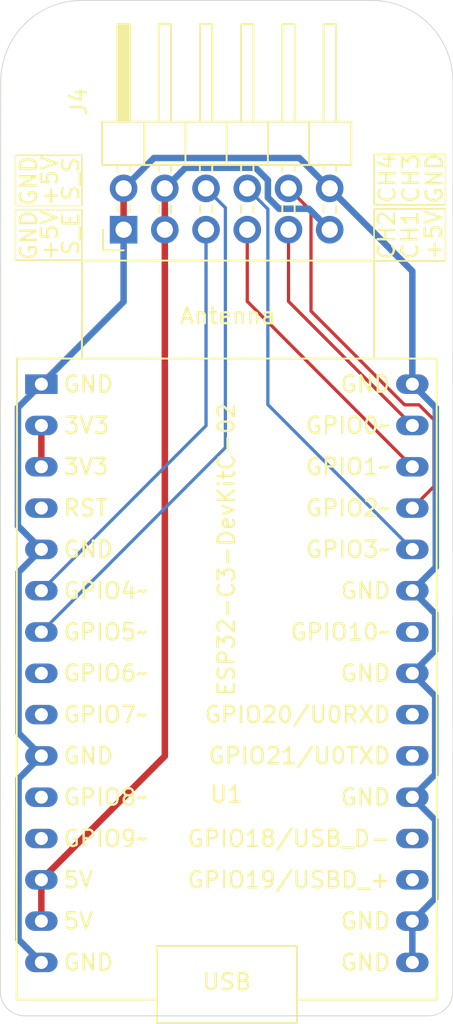
<source format=kicad_pcb>
(kicad_pcb (version 20221018) (generator pcbnew)
  (layers (0 "F.Cu" signal) (31 "B.Cu" signal) (34 "B.Paste" user) (35 "F.Paste" user) (36 "B.SilkS" user "B.Silkscreen") (37 "F.SilkS" user "F.Silkscreen") (38 "B.Mask" user) (39 "F.Mask" user) (44 "Edge.Cuts" user))
  (net 0 "")
  (net 1 "GND")
  (net 2 "+3V3")
  (net 4 "ESC_SIGNAL")
  (net 5 "SERVO_SIGNAL")
  (net 10 "+5V")
  (net 16 "CH4")
  (net 17 "CH3")
  (net 18 "CH2")
  (net 19 "CH1")
  (footprint "Connector_PinHeader_2.54mm:PinHeader_2x06_P2.54mm_Horizontal" (layer "F.Cu") (at 139.368 81.48 90)
    (fp_text reference "J4" (at 7.88 -2.768 90) (layer "F.SilkS"))
    (fp_text value "Conn_01x12_Pin")
    (fp_line (start -1.27 -1.27) (end 0 -1.27) (stroke (width 0.12)) (layer "F.SilkS"))
    (fp_line (start -1.27 0) (end -1.27 -1.27) (stroke (width 0.12)) (layer "F.SilkS"))
    (fp_line (start 1.042929 2.16) (end 1.497071 2.16) (stroke (width 0.12)) (layer "F.SilkS"))
    (fp_line (start 1.042929 2.92) (end 1.497071 2.92) (stroke (width 0.12)) (layer "F.SilkS"))
    (fp_line (start 1.042929 4.7) (end 1.497071 4.7) (stroke (width 0.12)) (layer "F.SilkS"))
    (fp_line (start 1.042929 5.46) (end 1.497071 5.46) (stroke (width 0.12)) (layer "F.SilkS"))
    (fp_line (start 1.042929 7.24) (end 1.497071 7.24) (stroke (width 0.12)) (layer "F.SilkS"))
    (fp_line (start 1.042929 8) (end 1.497071 8) (stroke (width 0.12)) (layer "F.SilkS"))
    (fp_line (start 1.042929 9.78) (end 1.497071 9.78) (stroke (width 0.12)) (layer "F.SilkS"))
    (fp_line (start 1.042929 10.54) (end 1.497071 10.54) (stroke (width 0.12)) (layer "F.SilkS"))
    (fp_line (start 1.042929 12.32) (end 1.497071 12.32) (stroke (width 0.12)) (layer "F.SilkS"))
    (fp_line (start 1.042929 13.08) (end 1.497071 13.08) (stroke (width 0.12)) (layer "F.SilkS"))
    (fp_line (start 1.11 -0.38) (end 1.497071 -0.38) (stroke (width 0.12)) (layer "F.SilkS"))
    (fp_line (start 1.11 0.38) (end 1.497071 0.38) (stroke (width 0.12)) (layer "F.SilkS"))
    (fp_line (start 3.582929 -0.38) (end 3.98 -0.38) (stroke (width 0.12)) (layer "F.SilkS"))
    (fp_line (start 3.582929 0.38) (end 3.98 0.38) (stroke (width 0.12)) (layer "F.SilkS"))
    (fp_line (start 3.582929 2.16) (end 3.98 2.16) (stroke (width 0.12)) (layer "F.SilkS"))
    (fp_line (start 3.582929 2.92) (end 3.98 2.92) (stroke (width 0.12)) (layer "F.SilkS"))
    (fp_line (start 3.582929 4.7) (end 3.98 4.7) (stroke (width 0.12)) (layer "F.SilkS"))
    (fp_line (start 3.582929 5.46) (end 3.98 5.46) (stroke (width 0.12)) (layer "F.SilkS"))
    (fp_line (start 3.582929 7.24) (end 3.98 7.24) (stroke (width 0.12)) (layer "F.SilkS"))
    (fp_line (start 3.582929 8) (end 3.98 8) (stroke (width 0.12)) (layer "F.SilkS"))
    (fp_line (start 3.582929 9.78) (end 3.98 9.78) (stroke (width 0.12)) (layer "F.SilkS"))
    (fp_line (start 3.582929 10.54) (end 3.98 10.54) (stroke (width 0.12)) (layer "F.SilkS"))
    (fp_line (start 3.582929 12.32) (end 3.98 12.32) (stroke (width 0.12)) (layer "F.SilkS"))
    (fp_line (start 3.582929 13.08) (end 3.98 13.08) (stroke (width 0.12)) (layer "F.SilkS"))
    (fp_line (start 3.98 -1.33) (end 3.98 14.03) (stroke (width 0.12)) (layer "F.SilkS"))
    (fp_line (start 3.98 1.27) (end 6.64 1.27) (stroke (width 0.12)) (layer "F.SilkS"))
    (fp_line (start 3.98 3.81) (end 6.64 3.81) (stroke (width 0.12)) (layer "F.SilkS"))
    (fp_line (start 3.98 6.35) (end 6.64 6.35) (stroke (width 0.12)) (layer "F.SilkS"))
    (fp_line (start 3.98 8.89) (end 6.64 8.89) (stroke (width 0.12)) (layer "F.SilkS"))
    (fp_line (start 3.98 11.43) (end 6.64 11.43) (stroke (width 0.12)) (layer "F.SilkS"))
    (fp_line (start 3.98 14.03) (end 6.64 14.03) (stroke (width 0.12)) (layer "F.SilkS"))
    (fp_line (start 6.64 -1.33) (end 3.98 -1.33) (stroke (width 0.12)) (layer "F.SilkS"))
    (fp_line (start 6.64 -0.38) (end 12.64 -0.38) (stroke (width 0.12)) (layer "F.SilkS"))
    (fp_line (start 6.64 -0.32) (end 12.64 -0.32) (stroke (width 0.12)) (layer "F.SilkS"))
    (fp_line (start 6.64 -0.2) (end 12.64 -0.2) (stroke (width 0.12)) (layer "F.SilkS"))
    (fp_line (start 6.64 -0.08) (end 12.64 -0.08) (stroke (width 0.12)) (layer "F.SilkS"))
    (fp_line (start 6.64 0.04) (end 12.64 0.04) (stroke (width 0.12)) (layer "F.SilkS"))
    (fp_line (start 6.64 0.16) (end 12.64 0.16) (stroke (width 0.12)) (layer "F.SilkS"))
    (fp_line (start 6.64 0.28) (end 12.64 0.28) (stroke (width 0.12)) (layer "F.SilkS"))
    (fp_line (start 6.64 2.16) (end 12.64 2.16) (stroke (width 0.12)) (layer "F.SilkS"))
    (fp_line (start 6.64 4.7) (end 12.64 4.7) (stroke (width 0.12)) (layer "F.SilkS"))
    (fp_line (start 6.64 7.24) (end 12.64 7.24) (stroke (width 0.12)) (layer "F.SilkS"))
    (fp_line (start 6.64 9.78) (end 12.64 9.78) (stroke (width 0.12)) (layer "F.SilkS"))
    (fp_line (start 6.64 12.32) (end 12.64 12.32) (stroke (width 0.12)) (layer "F.SilkS"))
    (fp_line (start 6.64 14.03) (end 6.64 -1.33) (stroke (width 0.12)) (layer "F.SilkS"))
    (fp_line (start 12.64 -0.38) (end 12.64 0.38) (stroke (width 0.12)) (layer "F.SilkS"))
    (fp_line (start 12.64 0.38) (end 6.64 0.38) (stroke (width 0.12)) (layer "F.SilkS"))
    (fp_line (start 12.64 2.16) (end 12.64 2.92) (stroke (width 0.12)) (layer "F.SilkS"))
    (fp_line (start 12.64 2.92) (end 6.64 2.92) (stroke (width 0.12)) (layer "F.SilkS"))
    (fp_line (start 12.64 4.7) (end 12.64 5.46) (stroke (width 0.12)) (layer "F.SilkS"))
    (fp_line (start 12.64 5.46) (end 6.64 5.46) (stroke (width 0.12)) (layer "F.SilkS"))
    (fp_line (start 12.64 7.24) (end 12.64 8) (stroke (width 0.12)) (layer "F.SilkS"))
    (fp_line (start 12.64 8) (end 6.64 8) (stroke (width 0.12)) (layer "F.SilkS"))
    (fp_line (start 12.64 9.78) (end 12.64 10.54) (stroke (width 0.12)) (layer "F.SilkS"))
    (fp_line (start 12.64 10.54) (end 6.64 10.54) (stroke (width 0.12)) (layer "F.SilkS"))
    (fp_line (start 12.64 12.32) (end 12.64 13.08) (stroke (width 0.12)) (layer "F.SilkS"))
    (fp_line (start 12.64 13.08) (end 6.64 13.08) (stroke (width 0.12)) (layer "F.SilkS"))
    (pad "1" thru_hole rect locked (at 0 0 90) (size 1.7 1.7) (drill 1) (layers "*.Cu" "*.Mask") (net 1 "GND"))
    (pad "2" thru_hole oval locked (at 2.54 0 90) (size 1.7 1.7) (drill 1) (layers "*.Cu" "*.Mask") (net 1 "GND"))
    (pad "3" thru_hole oval locked (at 0 2.54 90) (size 1.7 1.7) (drill 1) (layers "*.Cu" "*.Mask") (net 10 "+5V"))
    (pad "4" thru_hole oval locked (at 2.54 2.54 90) (size 1.7 1.7) (drill 1) (layers "*.Cu" "*.Mask") (net 10 "+5V"))
    (pad "5" thru_hole oval locked (at 0 5.08 90) (size 1.7 1.7) (drill 1) (layers "*.Cu" "*.Mask") (net 4 "ESC_SIGNAL"))
    (pad "6" thru_hole oval locked (at 2.54 5.08 90) (size 1.7 1.7) (drill 1) (layers "*.Cu" "*.Mask") (net 5 "SERVO_SIGNAL"))
    (pad "7" thru_hole oval locked (at 0 7.62 90) (size 1.7 1.7) (drill 1) (layers "*.Cu" "*.Mask") (net 18 "CH2"))
    (pad "8" thru_hole oval locked (at 2.54 7.62 90) (size 1.7 1.7) (drill 1) (layers "*.Cu" "*.Mask") (net 16 "CH4"))
    (pad "9" thru_hole oval locked (at 0 10.16 90) (size 1.7 1.7) (drill 1) (layers "*.Cu" "*.Mask") (net 19 "CH1"))
    (pad "10" thru_hole oval locked (at 2.54 10.16 90) (size 1.7 1.7) (drill 1) (layers "*.Cu" "*.Mask") (net 17 "CH3"))
    (pad "11" thru_hole oval locked (at 0 12.7 90) (size 1.7 1.7) (drill 1) (layers "*.Cu" "*.Mask") (net 10 "+5V"))
    (pad "12" thru_hole oval locked (at 2.54 12.7 90) (size 1.7 1.7) (drill 1) (layers "*.Cu" "*.Mask") (net 1 "GND"))
  )
  (footprint "PCM_Espressif:ESP32-C3-DevKitC-02" (layer "F.Cu") (at 134.3 90.98)
    (fp_text reference "U1" (at 11.4 25.22) (layer "F.SilkS"))
    (fp_text value "ESP32-C3-DevKitC-02" (at 11.4 10.16 -90) (layer "F.SilkS"))
    (fp_text user "GPIO0~" (at 21.59 2.54 unlocked) (layer "F.SilkS") (effects (justify right)))
    (fp_text user "GPIO7~" (at 1.27 20.32 unlocked) (layer "F.SilkS") (effects (justify left)))
    (fp_text user "3V3" (at 1.3 2.54 unlocked) (layer "F.SilkS") (effects (justify left)))
    (fp_text user "5V" (at 1.27 30.48 unlocked) (layer "F.SilkS") (effects (justify left)))
    (fp_text user "Antenna" (at 11.5 -4.2076 unlocked) (layer "F.SilkS"))
    (fp_text user "GPIO6~" (at 1.27 17.78 unlocked) (layer "F.SilkS") (effects (justify left)))
    (fp_text user "GPIO5~" (at 1.27 15.24 unlocked) (layer "F.SilkS") (effects (justify left)))
    (fp_text user "USB" (at 11.43 37.338 unlocked) (layer "F.SilkS") (effects (justify bottom)))
    (fp_text user "5V" (at 1.27 33.02 unlocked) (layer "F.SilkS") (effects (justify left)))
    (fp_text user "GPIO9~" (at 1.27 27.94 unlocked) (layer "F.SilkS") (effects (justify left)))
    (fp_text user "GPIO10~" (at 21.59 15.24 unlocked) (layer "F.SilkS") (effects (justify right)))
    (fp_text user "RST" (at 1.27 7.62 unlocked) (layer "F.SilkS") (effects (justify left)))
    (fp_text user "GND" (at 1.27 10.16 unlocked) (layer "F.SilkS") (effects (justify left)))
    (fp_text user "GND" (at 21.59 25.4 unlocked) (layer "F.SilkS") (effects (justify right)))
    (fp_text user "GPIO3~" (at 21.59 10.16 unlocked) (layer "F.SilkS") (effects (justify right)))
    (fp_text user "GND" (at 1.27 35.56 unlocked) (layer "F.SilkS") (effects (justify left)))
    (fp_text user "3V3" (at 1.27 5.08 unlocked) (layer "F.SilkS") (effects (justify left)))
    (fp_text user "GPIO4~" (at 1.27 12.7 unlocked) (layer "F.SilkS") (effects (justify left)))
    (fp_text user "GND" (at 1.27 22.86 unlocked) (layer "F.SilkS") (effects (justify left)))
    (fp_text user "GND" (at 21.59 33.02 unlocked) (layer "F.SilkS") (effects (justify right)))
    (fp_text user "GPIO19/USBD_+" (at 21.59 30.48 unlocked) (layer "F.SilkS") (effects (justify right)))
    (fp_text user "GPIO2~" (at 21.59 7.62 unlocked) (layer "F.SilkS") (effects (justify right)))
    (fp_text user "GND" (at 21.59 35.56 unlocked) (layer "F.SilkS") (effects (justify right)))
    (fp_text user "GND" (at 21.59 12.7 unlocked) (layer "F.SilkS") (effects (justify right)))
    (fp_text user "GPIO21/U0TXD" (at 21.59 22.86 unlocked) (layer "F.SilkS") (effects (justify right)))
    (fp_text user "GND" (at 1.27 0 unlocked) (layer "F.SilkS") (effects (justify left)))
    (fp_text user "GPIO18/USB_D-" (at 21.59 27.94 unlocked) (layer "F.SilkS") (effects (justify right)))
    (fp_text user "GPIO1~" (at 21.59 5.08 unlocked) (layer "F.SilkS") (effects (justify right)))
    (fp_text user "GPIO8~" (at 1.27 25.4 unlocked) (layer "F.SilkS") (effects (justify left)))
    (fp_text user "GND" (at 21.59 17.78 unlocked) (layer "F.SilkS") (effects (justify right)))
    (fp_text user "GND" (at 21.59 0 unlocked) (layer "F.SilkS") (effects (justify right)))
    (fp_text user "GPIO20/U0RXD" (at 21.59 20.32 unlocked) (layer "F.SilkS") (effects (justify right)))
    (fp_line (start -1.524 37.846) (end 7.112 37.846) (stroke (width 0.12)) (layer "F.SilkS"))
    (fp_line (start -1.5 -1.575) (end -1.524 37.846) (stroke (width 0.12)) (layer "F.SilkS"))
    (fp_line (start 2.5 -7.6) (end 20.5 -7.6) (stroke (width 0.12)) (layer "F.SilkS"))
    (fp_line (start 2.5 -1.6) (end 2.5 -7.6) (stroke (width 0.12)) (layer "F.SilkS"))
    (fp_line (start 20.5 -7.6) (end 20.5 -1.6) (stroke (width 0.12)) (layer "F.SilkS"))
    (fp_line (start 24.359999 37.846) (end 15.748 37.846) (stroke (width 0.12)) (layer "F.SilkS"))
    (fp_line (start 24.359999 37.846) (end 24.36 -1.575) (stroke (width 0.12)) (layer "F.SilkS"))
    (fp_line (start 24.36 -1.575) (end -1.5 -1.575) (stroke (width 0.12)) (layer "F.SilkS"))
    (fp_rect (start 7.112 34.544) (end 15.748 39.2938) (stroke (width 0.12)) (fill none) (layer "F.SilkS"))
    (pad "1" thru_hole rect locked (at 0 0 270) (size 1.2 2) (drill 0.8) (layers "*.Cu" "*.Mask") (net 1 "GND"))
    (pad "2" thru_hole oval locked (at 0 2.54 270) (size 1.2 2) (drill 0.8) (layers "*.Cu" "*.Mask") (net 2 "+3V3"))
    (pad "3" thru_hole oval locked (at 0 5.08 270) (size 1.2 2) (drill 0.8) (layers "*.Cu" "*.Mask") (net 2 "+3V3"))
    (pad "4" thru_hole oval locked (at 0 7.62 270) (size 1.2 2) (drill 0.8) (layers "*.Cu" "*.Mask"))
    (pad "5" thru_hole oval locked (at 0 10.16 270) (size 1.2 2) (drill 0.8) (layers "*.Cu" "*.Mask") (net 1 "GND"))
    (pad "6" thru_hole oval locked (at 0 12.7 270) (size 1.2 2) (drill 0.8) (layers "*.Cu" "*.Mask") (net 4 "ESC_SIGNAL"))
    (pad "7" thru_hole oval locked (at 0 15.24 270) (size 1.2 2) (drill 0.8) (layers "*.Cu" "*.Mask") (net 5 "SERVO_SIGNAL"))
    (pad "8" thru_hole oval locked (at 0 17.78 270) (size 1.2 2) (drill 0.8) (layers "*.Cu" "*.Mask"))
    (pad "9" thru_hole oval locked (at 0 20.32 270) (size 1.2 2) (drill 0.8) (layers "*.Cu" "*.Mask"))
    (pad "10" thru_hole oval locked (at 0 22.86 270) (size 1.2 2) (drill 0.8) (layers "*.Cu" "*.Mask") (net 1 "GND"))
    (pad "11" thru_hole oval locked (at 0 25.4 270) (size 1.2 2) (drill 0.8) (layers "*.Cu" "*.Mask"))
    (pad "12" thru_hole oval locked (at 0 27.94 270) (size 1.2 2) (drill 0.8) (layers "*.Cu" "*.Mask"))
    (pad "13" thru_hole oval locked (at 0 30.48 270) (size 1.2 2) (drill 0.8) (layers "*.Cu" "*.Mask") (net 10 "+5V"))
    (pad "14" thru_hole oval locked (at 0 33.02 270) (size 1.2 2) (drill 0.8) (layers "*.Cu" "*.Mask") (net 10 "+5V"))
    (pad "15" thru_hole oval locked (at 0 35.56 270) (size 1.2 2) (drill 0.8) (layers "*.Cu" "*.Mask") (net 1 "GND"))
    (pad "16" thru_hole oval locked (at 22.86 35.56 270) (size 1.2 2) (drill 0.8) (layers "*.Cu" "*.Mask") (net 1 "GND"))
    (pad "17" thru_hole oval locked (at 22.86 33.02 270) (size 1.2 2) (drill 0.8) (layers "*.Cu" "*.Mask") (net 1 "GND"))
    (pad "18" thru_hole oval locked (at 22.86 30.48 270) (size 1.2 2) (drill 0.8) (layers "*.Cu" "*.Mask"))
    (pad "19" thru_hole oval locked (at 22.86 27.94 270) (size 1.2 2) (drill 0.8) (layers "*.Cu" "*.Mask"))
    (pad "20" thru_hole oval locked (at 22.86 25.4 270) (size 1.2 2) (drill 0.8) (layers "*.Cu" "*.Mask") (net 1 "GND"))
    (pad "21" thru_hole oval locked (at 22.86 22.86 270) (size 1.2 2) (drill 0.8) (layers "*.Cu" "*.Mask"))
    (pad "22" thru_hole oval locked (at 22.86 20.32 270) (size 1.2 2) (drill 0.8) (layers "*.Cu" "*.Mask"))
    (pad "23" thru_hole oval locked (at 22.86 17.78 270) (size 1.2 2) (drill 0.8) (layers "*.Cu" "*.Mask") (net 1 "GND"))
    (pad "24" thru_hole oval locked (at 22.86 15.24 270) (size 1.2 2) (drill 0.8) (layers "*.Cu" "*.Mask"))
    (pad "25" thru_hole oval locked (at 22.86 12.7 270) (size 1.2 2) (drill 0.8) (layers "*.Cu" "*.Mask") (net 1 "GND"))
    (pad "26" thru_hole oval locked (at 22.86 10.16 270) (size 1.2 2) (drill 0.8) (layers "*.Cu" "*.Mask") (net 16 "CH4"))
    (pad "27" thru_hole oval locked (at 22.86 7.62 270) (size 1.2 2) (drill 0.8) (layers "*.Cu" "*.Mask") (net 17 "CH3"))
    (pad "28" thru_hole oval locked (at 22.86 5.08 270) (size 1.2 2) (drill 0.8) (layers "*.Cu" "*.Mask") (net 18 "CH2"))
    (pad "29" thru_hole oval locked (at 22.86 2.54 270) (size 1.2 2) (drill 0.8) (layers "*.Cu" "*.Mask") (net 19 "CH1"))
    (pad "30" thru_hole oval locked (at 22.86 0 270) (size 1.2 2) (drill 0.8) (layers "*.Cu" "*.Mask") (net 1 "GND"))
  )
  (gr_rect (start 154.8 80.2) (end 159.2 83.4) (stroke (width 0.1)) (fill none) (layer "F.SilkS"))
  (gr_rect (start 132.7 80.25) (end 136.8 83.35) (stroke (width 0.1)) (fill none) (layer "F.SilkS"))
  (gr_rect (start 132.7 76.9) (end 136.8 80) (stroke (width 0.1)) (fill none) (layer "F.SilkS"))
  (gr_rect (start 154.8 76.85) (end 159.2 79.95) (stroke (width 0.1)) (fill none) (layer "F.SilkS"))
  (gr_line (start 131.77654 128.32546) (end 131.796672 72.378334) (stroke (width 0.05)) (layer "Edge.Cuts"))
  (gr_arc (start 154.661407 67.380133) (mid 158.196984 68.844642) (end 159.661407 72.380255) (stroke (width 0.05)) (layer "Edge.Cuts"))
  (gr_arc (start 159.660036 128.326037) (mid 159.220685 129.386686) (end 158.160036 129.826) (stroke (width 0.05)) (layer "Edge.Cuts"))
  (gr_line (start 159.660036 128.326037) (end 159.661407 72.380255) (stroke (width 0.05)) (layer "Edge.Cuts"))
  (gr_arc (start 133.27654 129.826) (mid 132.215689 129.386469) (end 131.77654 128.32546) (stroke (width 0.05)) (layer "Edge.Cuts"))
  (gr_arc (start 131.796672 72.378334) (mid 133.261761 68.843932) (end 136.796672 67.380133) (stroke (width 0.05)) (layer "Edge.Cuts"))
  (gr_line (start 136.796672 67.380133) (end 154.661407 67.380133) (stroke (width 0.05)) (layer "Edge.Cuts"))
  (gr_line (start 133.27654 129.826) (end 158.160036 129.826) (stroke (width 0.05)) (layer "Edge.Cuts"))
  (gr_text "+5V" (at 135.4 83.45 90) (layer "F.SilkS") (effects (font (size 1 1)) (justify left bottom)))
  (gr_text "S_E" (at 136.7 83.140476 90) (layer "F.SilkS") (effects (font (size 1 1)) (justify left bottom)))
  (gr_text "CH2" (at 156.15 83.4 90) (layer "F.SilkS") (effects (font (size 1 1)) (justify left bottom)))
  (gr_text "CH1" (at 157.6 83.4 90) (layer "F.SilkS") (effects (font (size 1 1)) (justify left bottom)))
  (gr_text "+5V" (at 135.4 80.1 90) (layer "F.SilkS") (effects (font (size 1 1)) (justify left bottom)))
  (gr_text "GND" (at 134.1 80.1 90) (layer "F.SilkS") (effects (font (size 1 1)) (justify left bottom)))
  (gr_text "S_S" (at 136.7 79.790476 90) (layer "F.SilkS") (effects (font (size 1 1)) (justify left bottom)))
  (gr_text "+5V" (at 159.05 83.42381 90) (layer "F.SilkS") (effects (font (size 1 1)) (justify left bottom)))
  (gr_text "GND" (at 159.1 79.95 90) (layer "F.SilkS") (effects (font (size 1 1)) (justify left bottom)))
  (gr_text "GND" (at 134.1 83.45 90) (layer "F.SilkS") (effects (font (size 1 1)) (justify left bottom)))
  (gr_text "CH3" (at 157.65 79.92619 90) (layer "F.SilkS") (effects (font (size 1 1)) (justify left bottom)))
  (gr_text "CH4" (at 156.2 79.92619 90) (layer "F.SilkS") (effects (font (size 1 1)) (justify left bottom)))
  (segment (start 139.368 78.94) (end 139.368 81.48) (width 0.4) (layer "F.Cu") (net 1))
  (segment (start 158.5657 114.9743) (end 157.16 116.38) (width 0.4) (layer "B.Cu") (net 1))
  (segment (start 132.8566 92.4234) (end 134.3 90.98) (width 0.4) (layer "B.Cu") (net 1))
  (segment (start 157.16 90.98) (end 158.6034 92.4234) (width 0.4) (layer "B.Cu") (net 1))
  (segment (start 134.3 101.14) (end 132.8943 102.5457) (width 0.4) (layer "B.Cu") (net 1))
  (segment (start 157.16 116.38) (end 158.5657 117.7857) (width 0.4) (layer "B.Cu") (net 1))
  (segment (start 150.198 77.07) (end 141.238 77.07) (width 0.4) (layer "B.Cu") (net 1))
  (segment (start 158.5657 117.7857) (end 158.5657 122.5943) (width 0.4) (layer "B.Cu") (net 1))
  (segment (start 158.5657 122.5943) (end 157.16 124) (width 0.4) (layer "B.Cu") (net 1))
  (segment (start 141.238 77.07) (end 139.368 78.94) (width 0.4) (layer "B.Cu") (net 1))
  (segment (start 132.8566 99.6966) (end 132.8566 92.4234) (width 0.4) (layer "B.Cu") (net 1))
  (segment (start 132.8943 115.2457) (end 132.8943 125.1343) (width 0.4) (layer "B.Cu") (net 1))
  (segment (start 139.368 85.912) (end 139.368 81.48) (width 0.4) (layer "B.Cu") (net 1))
  (segment (start 157.16 108.76) (end 158.5657 110.1657) (width 0.4) (layer "B.Cu") (net 1))
  (segment (start 134.3 113.84) (end 132.8943 115.2457) (width 0.4) (layer "B.Cu") (net 1))
  (segment (start 158.6034 102.2366) (end 157.16 103.68) (width 0.4) (layer "B.Cu") (net 1))
  (segment (start 134.3 101.14) (end 132.8566 99.6966) (width 0.4) (layer "B.Cu") (net 1))
  (segment (start 152.068 78.94) (end 150.198 77.07) (width 0.4) (layer "B.Cu") (net 1))
  (segment (start 157.16 84.032) (end 152.068 78.94) (width 0.4) (layer "B.Cu") (net 1))
  (segment (start 132.8943 102.5457) (end 132.8943 112.4343) (width 0.4) (layer "B.Cu") (net 1))
  (segment (start 158.5657 107.3543) (end 157.16 108.76) (width 0.4) (layer "B.Cu") (net 1))
  (segment (start 132.8943 112.4343) (end 134.3 113.84) (width 0.4) (layer "B.Cu") (net 1))
  (segment (start 157.16 103.68) (end 158.5657 105.0857) (width 0.4) (layer "B.Cu") (net 1))
  (segment (start 157.16 90.98) (end 157.16 84.032) (width 0.4) (layer "B.Cu") (net 1))
  (segment (start 132.8943 125.1343) (end 134.3 126.54) (width 0.4) (layer "B.Cu") (net 1))
  (segment (start 158.5657 105.0857) (end 158.5657 107.3543) (width 0.4) (layer "B.Cu") (net 1))
  (segment (start 158.5657 110.1657) (end 158.5657 114.9743) (width 0.4) (layer "B.Cu") (net 1))
  (segment (start 134.3 90.98) (end 139.368 85.912) (width 0.4) (layer "B.Cu") (net 1))
  (segment (start 158.6034 92.4234) (end 158.6034 102.2366) (width 0.4) (layer "B.Cu") (net 1))
  (segment (start 157.16 126.54) (end 157.16 124) (width 0.4) (layer "B.Cu") (net 1))
  (segment (start 134.3 93.52) (end 134.3 96.06) (width 0.4) (layer "F.Cu") (net 2))
  (segment (start 144.448 93.532) (end 144.448 81.48) (width 0.2) (layer "B.Cu") (net 4))
  (segment (start 134.3 103.68) (end 144.448 93.532) (width 0.2) (layer "B.Cu") (net 4))
  (segment (start 145.6386 80.1306) (end 144.448 78.94) (width 0.2) (layer "B.Cu") (net 5))
  (segment (start 145.6386 94.8814) (end 145.6386 80.1306) (width 0.2) (layer "B.Cu") (net 5))
  (segment (start 134.3 106.22) (end 145.6386 94.8814) (width 0.2) (layer "B.Cu") (net 5))
  (segment (start 134.3 121.46) (end 134.3 124) (width 0.4) (layer "F.Cu") (net 10))
  (segment (start 134.3 121.46) (end 141.908 113.852) (width 0.4) (layer "F.Cu") (net 10))
  (segment (start 141.908 78.94) (end 141.908 81.48) (width 0.4) (layer "F.Cu") (net 10))
  (segment (start 141.908 113.852) (end 141.908 81.48) (width 0.4) (layer "F.Cu") (net 10))
  (segment (start 143.1761 77.6719) (end 141.908 78.94) (width 0.4) (layer "B.Cu") (net 10))
  (segment (start 152.068 81.48) (end 150.7799 80.1919) (width 0.4) (layer "B.Cu") (net 10))
  (segment (start 148.9476 80.1919) (end 148.258 79.5023) (width 0.4) (layer "B.Cu") (net 10))
  (segment (start 148.258 79.5023) (end 148.258 78.4297) (width 0.4) (layer "B.Cu") (net 10))
  (segment (start 148.258 78.4297) (end 147.5002 77.6719) (width 0.4) (layer "B.Cu") (net 10))
  (segment (start 150.7799 80.1919) (end 148.9476 80.1919) (width 0.4) (layer "B.Cu") (net 10))
  (segment (start 147.5002 77.6719) (end 143.1761 77.6719) (width 0.4) (layer "B.Cu") (net 10))
  (segment (start 146.988 78.942) (end 148.258 80.212) (width 0.2) (layer "B.Cu") (net 16))
  (segment (start 146.988 78.94) (end 146.988 78.942) (width 0.2) (layer "B.Cu") (net 16))
  (segment (start 148.258 92.238) (end 157.16 101.14) (width 0.2) (layer "B.Cu") (net 16))
  (segment (start 148.258 80.212) (end 148.258 92.238) (width 0.2) (layer "B.Cu") (net 16))
  (segment (start 158.4924 93.1714) (end 158.4924 97.2676) (width 0.2) (layer "F.Cu") (net 17))
  (segment (start 150.9161 80.3281) (end 150.9161 86.4845) (width 0.2) (layer "F.Cu") (net 17))
  (segment (start 157.571 92.25) (end 158.4924 93.1714) (width 0.2) (layer "F.Cu") (net 17))
  (segment (start 158.4924 97.2676) (end 157.16 98.6) (width 0.2) (layer "F.Cu") (net 17))
  (segment (start 156.6816 92.25) (end 157.571 92.25) (width 0.2) (layer "F.Cu") (net 17))
  (segment (start 149.528 78.94) (end 150.9161 80.3281) (width 0.2) (layer "F.Cu") (net 17))
  (segment (start 150.9161 86.4845) (end 156.6816 92.25) (width 0.2) (layer "F.Cu") (net 17))
  (segment (start 146.988 85.888) (end 146.988 81.48) (width 0.2) (layer "F.Cu") (net 18))
  (segment (start 157.16 96.06) (end 146.988 85.888) (width 0.2) (layer "F.Cu") (net 18))
  (segment (start 149.528 85.888) (end 157.16 93.52) (width 0.2) (layer "F.Cu") (net 19))
  (segment (start 149.528 81.48) (end 149.528 85.888) (width 0.2) (layer "F.Cu") (net 19))
)
</source>
